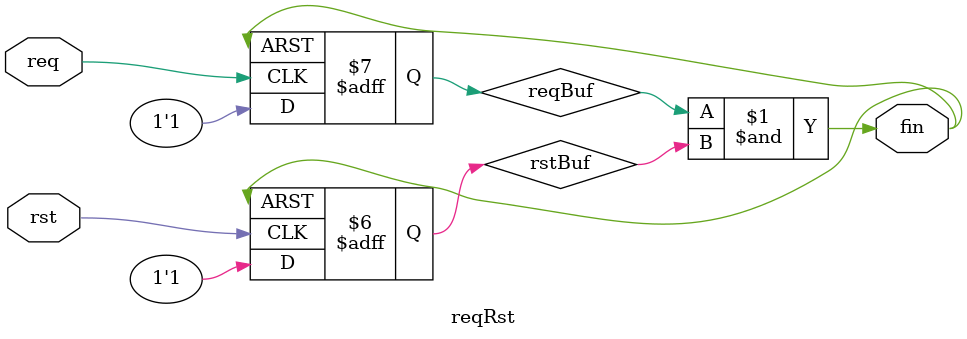
<source format=v>

`timescale 1ns / 1ps

module reqRst (req,rst,fin);
input req,rst;
output wire fin;

reg reqBuf=1'b0;
reg rstBuf=1'b1;
assign fin=reqBuf&rstBuf;

always@(posedge req or posedge fin) begin
    if(fin) reqBuf<=1'b0;
    else reqBuf<=1'b1;
end

always@(posedge rst or posedge fin) begin
    if(fin) rstBuf<=1'b0;
    else rstBuf<=1'b1;
end

endmodule

</source>
